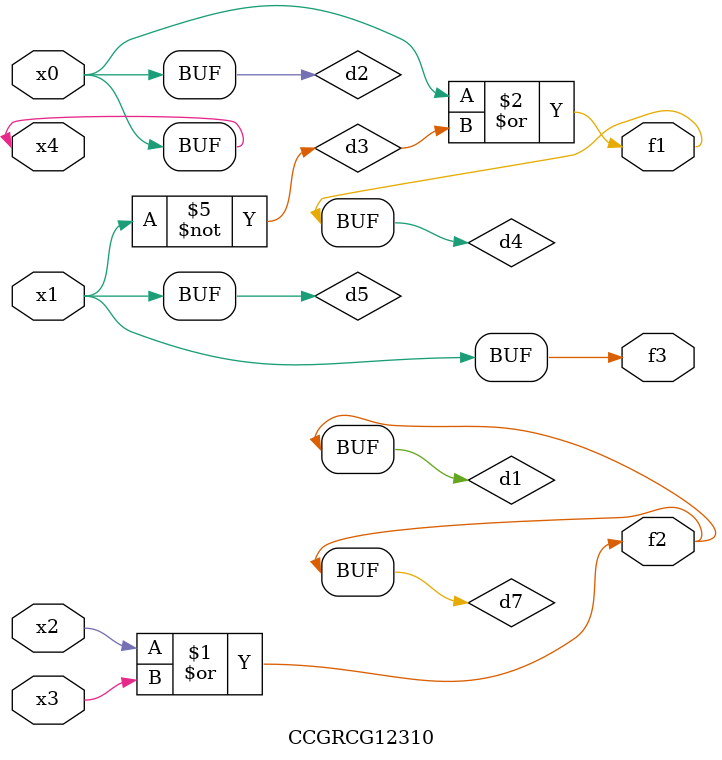
<source format=v>
module CCGRCG12310(
	input x0, x1, x2, x3, x4,
	output f1, f2, f3
);

	wire d1, d2, d3, d4, d5, d6, d7;

	or (d1, x2, x3);
	buf (d2, x0, x4);
	not (d3, x1);
	or (d4, d2, d3);
	not (d5, d3);
	nand (d6, d1, d3);
	or (d7, d1);
	assign f1 = d4;
	assign f2 = d7;
	assign f3 = d5;
endmodule

</source>
